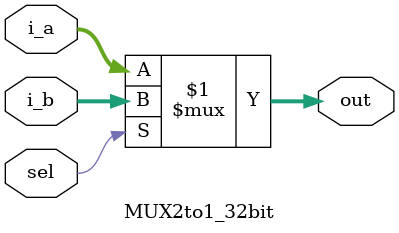
<source format=v>
`timescale 1ns / 1ps

module MUX2to1_32bit(
    input [31:0] i_a,
    input [31:0] i_b,
    input sel,
    output [31:0] out );
    
    assign out = sel ? i_b :i_a;
    
endmodule

</source>
